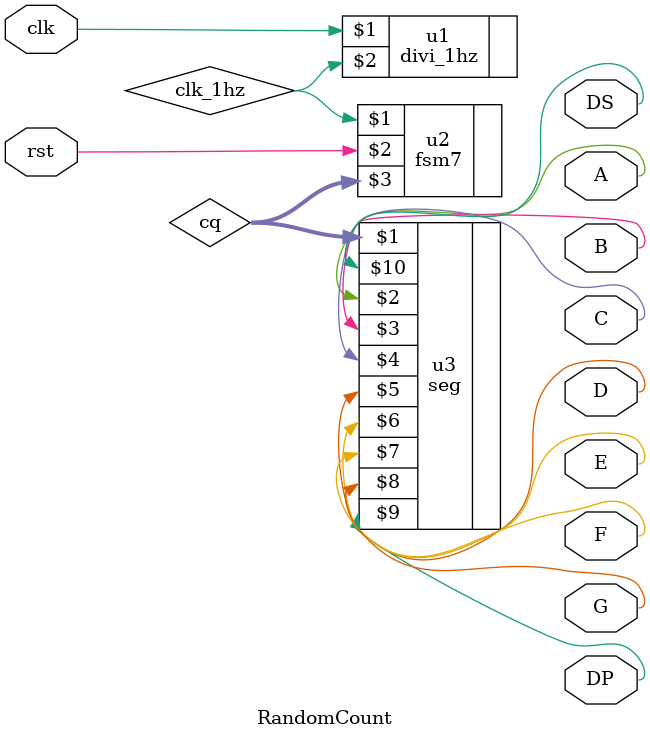
<source format=v>
module RandomCount(clk,rst,A,B,C,D,E,F,G,DP,DS);
input clk,rst;
output wire A,B,C,D,E,F,G,DP,DS;
wire clk_1hz;
wire [2:0]cq;
//divi_1hz
divi_1hz u1(clk,clk_1hz);
//fsm7
fsm7 u2(clk_1hz,rst,cq);
//seg
seg u3(cq,A,B,C,D,E,F,G,DP,DS);
endmodule

</source>
